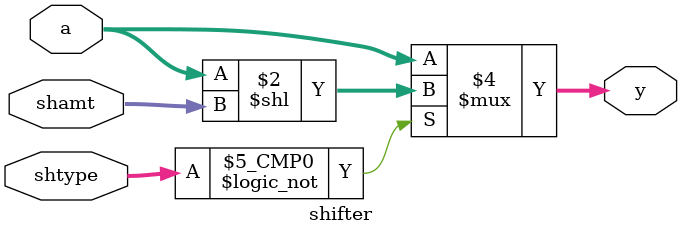
<source format=sv>
module shifter(input  logic [31:0] a,
               input  logic [ 4:0] shamt,
               input  logic [ 1:0] shtype,
               output logic [31:0] y);
  always_comb
    case (shtype)
      2'b00:   y = a << shamt;
      default: y = a;
    endcase
endmodule

</source>
